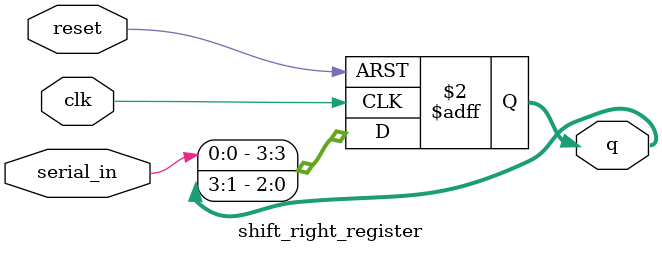
<source format=v>
module shift_right_register (
    input clk,
    input reset,
    input serial_in,
    output reg [3:0] q
);

    always @(posedge clk or posedge reset) begin
        if (reset)
            q <= 4'b0000;
        else
            q <= {serial_in, q[3:1]};
    end

endmodule


</source>
